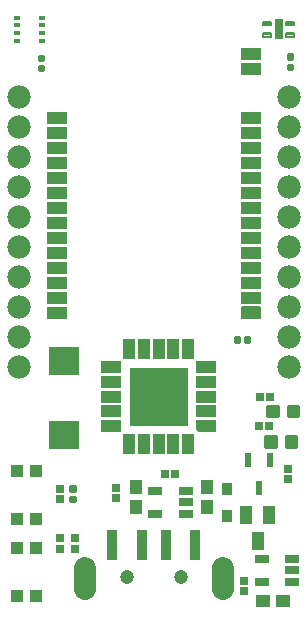
<source format=gbr>
G04 EAGLE Gerber RS-274X export*
G75*
%MOMM*%
%FSLAX34Y34*%
%LPD*%
%INSoldermask Top*%
%IPPOS*%
%AMOC8*
5,1,8,0,0,1.08239X$1,22.5*%
G01*
%ADD10R,1.301600X0.651600*%
%ADD11R,1.101600X1.201600*%
%ADD12R,1.101600X1.001600*%
%ADD13R,0.701600X0.641600*%
%ADD14C,1.981200*%
%ADD15R,0.901600X1.101600*%
%ADD16R,1.101600X1.501600*%
%ADD17R,0.641600X0.701600*%
%ADD18C,0.396575*%
%ADD19R,0.584200X1.219200*%
%ADD20R,1.201600X1.101600*%
%ADD21R,1.000000X1.700000*%
%ADD22R,1.700000X1.000000*%
%ADD23R,5.000000X5.000000*%
%ADD24R,0.601600X0.451600*%
%ADD25R,2.505200X2.469600*%
%ADD26C,0.189672*%
%ADD27R,0.801600X1.701600*%
%ADD28C,0.372125*%
%ADD29R,1.701600X1.041600*%
%ADD30C,0.135406*%
%ADD31R,0.901600X2.601600*%
%ADD32C,1.879600*%
%ADD33C,1.201600*%
%ADD34C,0.901600*%

G36*
X180627Y152867D02*
X180627Y152867D01*
X180622Y152874D01*
X180629Y152880D01*
X180629Y162880D01*
X180593Y162927D01*
X180586Y162922D01*
X180580Y162929D01*
X163580Y162929D01*
X163533Y162893D01*
X163534Y162892D01*
X163533Y162891D01*
X163537Y162885D01*
X163531Y162880D01*
X163531Y155680D01*
X163547Y155659D01*
X163545Y155645D01*
X166345Y152845D01*
X166372Y152842D01*
X166380Y152831D01*
X180580Y152831D01*
X180627Y152867D01*
G37*
D10*
X155471Y83760D03*
X155471Y93260D03*
X155471Y102760D03*
X129469Y102760D03*
X129469Y83760D03*
D11*
X173030Y89210D03*
X173030Y106210D03*
D12*
X28182Y79016D03*
X12182Y79016D03*
X12182Y120016D03*
X28182Y120016D03*
D13*
X241790Y121540D03*
X241790Y112900D03*
D14*
X13970Y436880D03*
X13970Y411480D03*
X13970Y386080D03*
X13970Y360680D03*
X13970Y335280D03*
X13970Y309880D03*
X13970Y284480D03*
X13970Y259080D03*
X13970Y233680D03*
X13970Y208280D03*
D15*
X189845Y104810D03*
X189845Y81810D03*
D16*
X215880Y60360D03*
X206380Y82360D03*
X225380Y82360D03*
D10*
X245291Y26300D03*
X245291Y35800D03*
X245291Y45300D03*
X219289Y45300D03*
X219289Y26300D03*
D13*
X204350Y18190D03*
X204350Y26830D03*
D17*
X217230Y157900D03*
X225870Y157900D03*
D18*
X240765Y148395D02*
X240765Y141345D01*
X240765Y148395D02*
X247815Y148395D01*
X247815Y141345D01*
X240765Y141345D01*
X240765Y145113D02*
X247815Y145113D01*
X223225Y148395D02*
X223225Y141345D01*
X223225Y148395D02*
X230275Y148395D01*
X230275Y141345D01*
X223225Y141345D01*
X223225Y145113D02*
X230275Y145113D01*
D19*
X226690Y129108D03*
X207690Y129108D03*
X217190Y105232D03*
D13*
X96424Y105460D03*
X96424Y96820D03*
D17*
X146177Y117150D03*
X137537Y117150D03*
D14*
X242570Y436880D03*
X242570Y411480D03*
X242570Y386080D03*
X242570Y360680D03*
X242570Y335280D03*
X242570Y309880D03*
X242570Y284480D03*
X242570Y259080D03*
X242570Y233680D03*
X242570Y208280D03*
D11*
X113031Y106453D03*
X113031Y89453D03*
D20*
X237273Y10083D03*
X220273Y10083D03*
D12*
X28320Y13790D03*
X12320Y13790D03*
X12320Y54790D03*
X28320Y54790D03*
D21*
X132080Y222880D03*
D22*
X172080Y182880D03*
X92080Y182880D03*
D21*
X132080Y142880D03*
D22*
X172080Y195380D03*
X92080Y195380D03*
X172080Y207880D03*
X92080Y207880D03*
X172080Y170380D03*
X92080Y170380D03*
X92080Y157880D03*
D21*
X144580Y222880D03*
X144580Y142880D03*
X157080Y222880D03*
X157080Y142880D03*
X119580Y222880D03*
X119580Y142880D03*
X107080Y222880D03*
X107080Y142880D03*
D23*
X132080Y182880D03*
D24*
X33110Y497280D03*
X33110Y490780D03*
X33110Y484280D03*
X33110Y503780D03*
X12610Y490780D03*
X12610Y497280D03*
X12610Y503780D03*
X12610Y484280D03*
D25*
X52070Y212822D03*
X52070Y150398D03*
D13*
X60960Y54100D03*
X60960Y62740D03*
X48260Y54100D03*
X48260Y62740D03*
D26*
X240070Y490340D02*
X246690Y490340D01*
X246690Y487720D01*
X240070Y487720D01*
X240070Y490340D01*
X240070Y489522D02*
X246690Y489522D01*
X246690Y500340D02*
X240070Y500340D01*
X246690Y500340D02*
X246690Y497720D01*
X240070Y497720D01*
X240070Y500340D01*
X240070Y499522D02*
X246690Y499522D01*
X227290Y500340D02*
X220670Y500340D01*
X227290Y500340D02*
X227290Y497720D01*
X220670Y497720D01*
X220670Y500340D01*
X220670Y499522D02*
X227290Y499522D01*
X227290Y490340D02*
X220670Y490340D01*
X227290Y490340D02*
X227290Y487720D01*
X220670Y487720D01*
X220670Y490340D01*
X220670Y489522D02*
X227290Y489522D01*
D27*
X233680Y494030D03*
D28*
X200228Y229492D02*
X197532Y229492D01*
X197532Y232788D01*
X200228Y232788D01*
X200228Y229492D01*
X206172Y229492D02*
X208868Y229492D01*
X206172Y229492D02*
X206172Y232788D01*
X208868Y232788D01*
X208868Y229492D01*
X31372Y467792D02*
X31372Y470488D01*
X34668Y470488D01*
X34668Y467792D01*
X31372Y467792D01*
X31372Y461848D02*
X31372Y459152D01*
X31372Y461848D02*
X34668Y461848D01*
X34668Y459152D01*
X31372Y459152D01*
X245488Y460422D02*
X245488Y463118D01*
X245488Y460422D02*
X242192Y460422D01*
X242192Y463118D01*
X245488Y463118D01*
X245488Y469062D02*
X245488Y471758D01*
X245488Y469062D02*
X242192Y469062D01*
X242192Y471758D01*
X245488Y471758D01*
D18*
X242611Y173983D02*
X242611Y166933D01*
X242611Y173983D02*
X249661Y173983D01*
X249661Y166933D01*
X242611Y166933D01*
X242611Y170701D02*
X249661Y170701D01*
X225071Y173983D02*
X225071Y166933D01*
X225071Y173983D02*
X232121Y173983D01*
X232121Y166933D01*
X225071Y166933D01*
X225071Y170701D02*
X232121Y170701D01*
D17*
X218114Y182602D03*
X226754Y182602D03*
D29*
X46260Y254030D03*
X46260Y266730D03*
X46260Y279430D03*
X46260Y292130D03*
X46260Y304830D03*
X46260Y317530D03*
X46260Y330230D03*
X46260Y342930D03*
X46260Y355630D03*
X46260Y368330D03*
X46260Y381030D03*
X46260Y393730D03*
X46260Y406430D03*
D30*
X202619Y249499D02*
X218281Y249499D01*
X202619Y249499D02*
X202619Y258561D01*
X218281Y258561D01*
X218281Y249499D01*
X218281Y250785D02*
X202619Y250785D01*
X202619Y252071D02*
X218281Y252071D01*
X218281Y253357D02*
X202619Y253357D01*
X202619Y254643D02*
X218281Y254643D01*
X218281Y255929D02*
X202619Y255929D01*
X202619Y257215D02*
X218281Y257215D01*
X218281Y258501D02*
X202619Y258501D01*
D29*
X210450Y266730D03*
X210450Y279430D03*
X210450Y292130D03*
X210450Y304830D03*
X210450Y317530D03*
X210450Y330230D03*
X210450Y342930D03*
X210450Y355630D03*
X210450Y368330D03*
X210450Y381030D03*
X210450Y393730D03*
X210450Y406430D03*
X210450Y460030D03*
X210450Y472730D03*
X46260Y419130D03*
X210450Y419130D03*
D13*
X48260Y96010D03*
X48260Y104650D03*
D28*
X61338Y97358D02*
X61338Y94662D01*
X58042Y94662D01*
X58042Y97358D01*
X61338Y97358D01*
X61338Y103302D02*
X61338Y105998D01*
X61338Y103302D02*
X58042Y103302D01*
X58042Y105998D01*
X61338Y105998D01*
D31*
X118000Y57430D03*
X138540Y57430D03*
X92762Y57430D03*
X163270Y57430D03*
D32*
X69770Y38120D02*
X69770Y20340D01*
X186770Y20340D02*
X186770Y38120D01*
D33*
X105770Y29930D03*
X150770Y29930D03*
D34*
X186770Y33230D03*
X186770Y37230D03*
X186770Y25230D03*
X186770Y21230D03*
X69770Y33230D03*
X69770Y37230D03*
X69770Y25230D03*
X69770Y21230D03*
M02*

</source>
